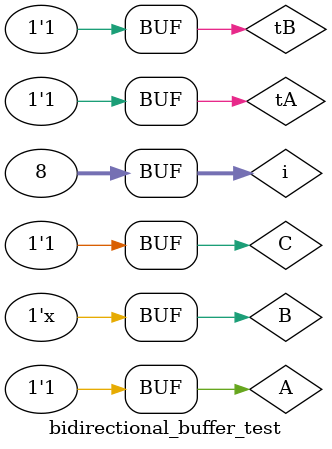
<source format=v>
module bidirectional_buffer_test();
    reg C;
    wire A, B;
    reg tA, tB;
    bidirectional_buffer DUT(A,B,C);
    assign A = (C == 1)? tA : 1'bz;
    assign B = (C == 0)? tB : 1'bz;
	integer i;
    initial
        begin
            {C, tA, tB} = 0;
            for (i=0;i<=7;i=i+1)
			begin
                {C, tA, tB} = i;
                #10;
			end
        end
endmodule
</source>
